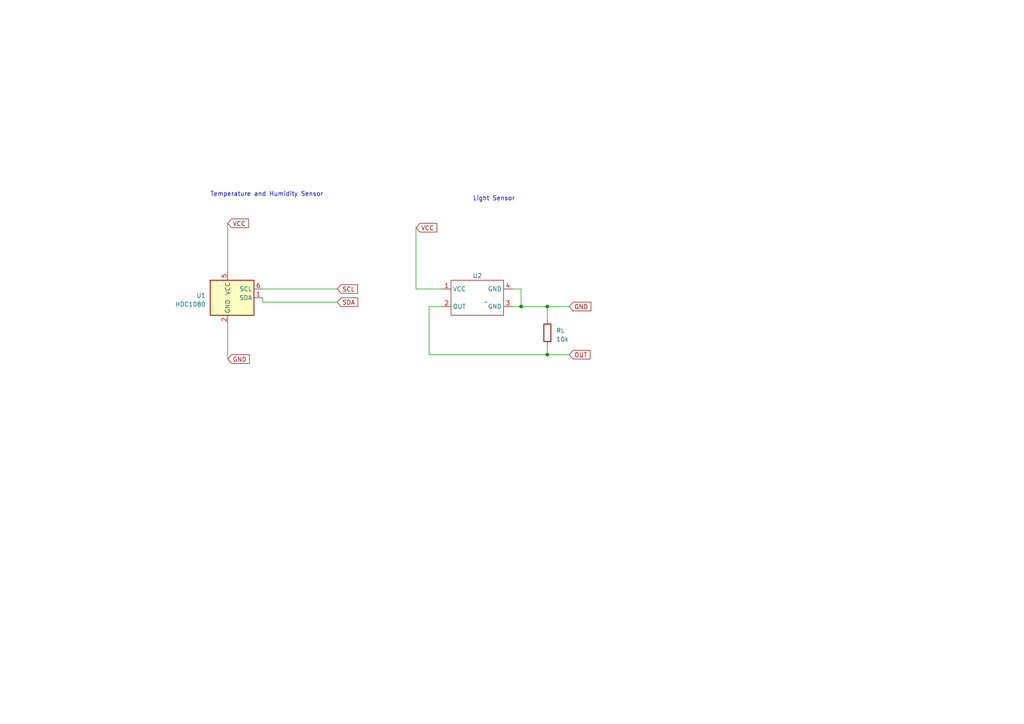
<source format=kicad_sch>
(kicad_sch (version 20230121) (generator eeschema)

  (uuid 0ca6047e-3a57-437d-8b18-e5fa2dae2991)

  (paper "A4")

  (lib_symbols
    (symbol "Device:R" (pin_numbers hide) (pin_names (offset 0)) (in_bom yes) (on_board yes)
      (property "Reference" "R" (at 2.032 0 90)
        (effects (font (size 1.27 1.27)))
      )
      (property "Value" "R" (at 0 0 90)
        (effects (font (size 1.27 1.27)))
      )
      (property "Footprint" "" (at -1.778 0 90)
        (effects (font (size 1.27 1.27)) hide)
      )
      (property "Datasheet" "~" (at 0 0 0)
        (effects (font (size 1.27 1.27)) hide)
      )
      (property "ki_keywords" "R res resistor" (at 0 0 0)
        (effects (font (size 1.27 1.27)) hide)
      )
      (property "ki_description" "Resistor" (at 0 0 0)
        (effects (font (size 1.27 1.27)) hide)
      )
      (property "ki_fp_filters" "R_*" (at 0 0 0)
        (effects (font (size 1.27 1.27)) hide)
      )
      (symbol "R_0_1"
        (rectangle (start -1.016 -2.54) (end 1.016 2.54)
          (stroke (width 0.254) (type default))
          (fill (type none))
        )
      )
      (symbol "R_1_1"
        (pin passive line (at 0 3.81 270) (length 1.27)
          (name "~" (effects (font (size 1.27 1.27))))
          (number "1" (effects (font (size 1.27 1.27))))
        )
        (pin passive line (at 0 -3.81 90) (length 1.27)
          (name "~" (effects (font (size 1.27 1.27))))
          (number "2" (effects (font (size 1.27 1.27))))
        )
      )
    )
    (symbol "New_Library:ALS-PDIC15-21B/TR8" (in_bom yes) (on_board yes)
      (property "Reference" "U" (at 2.54 -1.27 0)
        (effects (font (size 1.27 1.27)))
      )
      (property "Value" "" (at 2.54 -1.27 0)
        (effects (font (size 1.27 1.27)))
      )
      (property "Footprint" "" (at 2.54 -1.27 0)
        (effects (font (size 1.27 1.27)) hide)
      )
      (property "Datasheet" "" (at 2.54 -1.27 0)
        (effects (font (size 1.27 1.27)) hide)
      )
      (symbol "ALS-PDIC15-21B/TR8_0_1"
        (polyline
          (pts
            (xy -7.62 5.08)
            (xy -7.62 -5.08)
            (xy 7.62 -5.08)
            (xy 7.62 5.08)
            (xy -7.62 5.08)
          )
          (stroke (width 0) (type default))
          (fill (type none))
        )
      )
      (symbol "ALS-PDIC15-21B/TR8_1_1"
        (pin input line (at -10.16 2.54 0) (length 2.54)
          (name "VCC" (effects (font (size 1.27 1.27))))
          (number "1" (effects (font (size 1.27 1.27))))
        )
        (pin output line (at -10.16 -2.54 0) (length 2.54)
          (name "OUT" (effects (font (size 1.27 1.27))))
          (number "2" (effects (font (size 1.27 1.27))))
        )
        (pin input line (at 10.16 -2.54 180) (length 2.54)
          (name "GND" (effects (font (size 1.27 1.27))))
          (number "3" (effects (font (size 1.27 1.27))))
        )
        (pin input line (at 10.16 2.54 180) (length 2.54)
          (name "GND" (effects (font (size 1.27 1.27))))
          (number "4" (effects (font (size 1.27 1.27))))
        )
      )
    )
    (symbol "Sensor_Humidity:HDC1080" (in_bom yes) (on_board yes)
      (property "Reference" "U" (at -6.35 6.35 0)
        (effects (font (size 1.27 1.27)))
      )
      (property "Value" "HDC1080" (at 3.81 6.35 0)
        (effects (font (size 1.27 1.27)))
      )
      (property "Footprint" "Package_SON:Texas_PWSON-N6" (at -1.27 -6.35 0)
        (effects (font (size 1.27 1.27)) (justify left) hide)
      )
      (property "Datasheet" "http://www.ti.com/lit/ds/symlink/hdc1080.pdf" (at -10.16 6.35 0)
        (effects (font (size 1.27 1.27)) hide)
      )
      (property "ki_keywords" "Temperature Humidity Sensor" (at 0 0 0)
        (effects (font (size 1.27 1.27)) hide)
      )
      (property "ki_description" "Low Power,High Accuracy Digital Humidity Sensor with Temperature Sensor" (at 0 0 0)
        (effects (font (size 1.27 1.27)) hide)
      )
      (property "ki_fp_filters" "Package*SON:Texas*PWSON*N6*" (at 0 0 0)
        (effects (font (size 1.27 1.27)) hide)
      )
      (symbol "HDC1080_0_1"
        (rectangle (start -7.62 5.08) (end 5.08 -5.08)
          (stroke (width 0.254) (type default))
          (fill (type background))
        )
      )
      (symbol "HDC1080_1_1"
        (pin bidirectional line (at 7.62 0 180) (length 2.54)
          (name "SDA" (effects (font (size 1.27 1.27))))
          (number "1" (effects (font (size 1.27 1.27))))
        )
        (pin power_in line (at -2.54 -7.62 90) (length 2.54)
          (name "GND" (effects (font (size 1.27 1.27))))
          (number "2" (effects (font (size 1.27 1.27))))
        )
        (pin no_connect line (at -7.62 0 0) (length 2.54) hide
          (name "NC" (effects (font (size 1.27 1.27))))
          (number "3" (effects (font (size 1.27 1.27))))
        )
        (pin no_connect line (at -7.62 -2.54 0) (length 2.54) hide
          (name "NC" (effects (font (size 1.27 1.27))))
          (number "4" (effects (font (size 1.27 1.27))))
        )
        (pin power_in line (at -2.54 7.62 270) (length 2.54)
          (name "VCC" (effects (font (size 1.27 1.27))))
          (number "5" (effects (font (size 1.27 1.27))))
        )
        (pin input line (at 7.62 2.54 180) (length 2.54)
          (name "SCL" (effects (font (size 1.27 1.27))))
          (number "6" (effects (font (size 1.27 1.27))))
        )
        (pin no_connect line (at -7.62 2.54 0) (length 2.54) hide
          (name "DAP" (effects (font (size 1.27 1.27))))
          (number "7" (effects (font (size 1.27 1.27))))
        )
      )
    )
  )

  (junction (at 158.75 102.87) (diameter 0) (color 0 0 0 0)
    (uuid 4a8d7644-6810-42c7-8d4e-e33a84e27cc0)
  )
  (junction (at 151.13 88.9) (diameter 0) (color 0 0 0 0)
    (uuid 79c77ed4-3c16-443c-b145-35ef14b04a49)
  )
  (junction (at 158.75 88.9) (diameter 0) (color 0 0 0 0)
    (uuid c4bca7c2-adbd-430c-bb8d-20626f71ca86)
  )

  (wire (pts (xy 158.75 88.9) (xy 158.75 92.71))
    (stroke (width 0) (type default))
    (uuid 0062528e-759c-47bd-8a3c-60826f8aca11)
  )
  (wire (pts (xy 66.04 93.98) (xy 66.04 104.14))
    (stroke (width 0) (type default))
    (uuid 17d62d45-98bc-4135-b5c5-5f776592e222)
  )
  (wire (pts (xy 151.13 88.9) (xy 148.59 88.9))
    (stroke (width 0) (type default))
    (uuid 237d9cce-6fd4-4492-9771-967731e96fed)
  )
  (wire (pts (xy 148.59 83.82) (xy 151.13 83.82))
    (stroke (width 0) (type default))
    (uuid 245f6a7b-0e10-4323-9599-6a60031240bf)
  )
  (wire (pts (xy 76.2 83.82) (xy 97.79 83.82))
    (stroke (width 0) (type default))
    (uuid 38e12db6-8aca-49e3-93ab-520ed81c3ac2)
  )
  (wire (pts (xy 120.65 83.82) (xy 128.27 83.82))
    (stroke (width 0) (type default))
    (uuid 5571bbdf-f08d-452f-9ab4-c554bbeb46bb)
  )
  (wire (pts (xy 76.2 86.36) (xy 76.2 87.63))
    (stroke (width 0) (type default))
    (uuid 5b9d9005-d060-4c0a-b2f1-cd4a529ffc34)
  )
  (wire (pts (xy 128.27 88.9) (xy 124.46 88.9))
    (stroke (width 0) (type default))
    (uuid 77ec9fe6-a6c9-46d1-bf67-845a30a59394)
  )
  (wire (pts (xy 151.13 83.82) (xy 151.13 88.9))
    (stroke (width 0) (type default))
    (uuid 7e5b6ce2-771b-45d4-9c1d-89a47759553e)
  )
  (wire (pts (xy 76.2 87.63) (xy 97.79 87.63))
    (stroke (width 0) (type default))
    (uuid 964adf6e-a700-46e5-9b7a-f1a579fe99e0)
  )
  (wire (pts (xy 66.04 64.77) (xy 66.04 78.74))
    (stroke (width 0) (type default))
    (uuid 9c06df1d-68db-4ca4-a756-c50a01506954)
  )
  (wire (pts (xy 158.75 100.33) (xy 158.75 102.87))
    (stroke (width 0) (type default))
    (uuid a0f79c2c-775b-4a8e-83c9-3097d0b3174d)
  )
  (wire (pts (xy 165.1 102.87) (xy 158.75 102.87))
    (stroke (width 0) (type default))
    (uuid a4a85c5f-e201-4e93-927f-d28851ffa535)
  )
  (wire (pts (xy 120.65 66.04) (xy 120.65 83.82))
    (stroke (width 0) (type default))
    (uuid ada8528a-cc6b-4ed6-a721-b34c9edb1eb5)
  )
  (wire (pts (xy 124.46 88.9) (xy 124.46 102.87))
    (stroke (width 0) (type default))
    (uuid c1e1740c-aa3c-4563-b0cc-883a68899c2d)
  )
  (wire (pts (xy 158.75 88.9) (xy 165.1 88.9))
    (stroke (width 0) (type default))
    (uuid c73a0674-4744-4cc9-92d5-104500076c00)
  )
  (wire (pts (xy 151.13 88.9) (xy 158.75 88.9))
    (stroke (width 0) (type default))
    (uuid dedcb6c5-1f80-45a3-870b-966f1e302c6f)
  )
  (wire (pts (xy 158.75 102.87) (xy 124.46 102.87))
    (stroke (width 0) (type default))
    (uuid e304cb4c-1ff0-47c2-a489-774ca3cf7237)
  )

  (text "Temperature and Humidity Sensor" (at 60.96 57.15 0)
    (effects (font (size 1.27 1.27)) (justify left bottom))
    (uuid 838dbf9d-684d-4dae-bf7b-56081fb985ac)
  )
  (text "Light Sensor\n" (at 137.16 58.42 0)
    (effects (font (size 1.27 1.27)) (justify left bottom))
    (uuid 8e800c26-1656-4f2e-a0f6-a8a3a7d60084)
  )

  (global_label "VCC" (shape input) (at 120.65 66.04 0) (fields_autoplaced)
    (effects (font (size 1.27 1.27)) (justify left))
    (uuid 1bb31acf-4ec1-450c-a43e-7600ce3619ab)
    (property "Intersheetrefs" "${INTERSHEET_REFS}" (at 127.1844 66.04 0)
      (effects (font (size 1.27 1.27)) (justify left) hide)
    )
  )
  (global_label "OUT" (shape input) (at 165.1 102.87 0) (fields_autoplaced)
    (effects (font (size 1.27 1.27)) (justify left))
    (uuid 2d9ca185-5f40-4bdc-ab52-bc4109ceeb0d)
    (property "Intersheetrefs" "${INTERSHEET_REFS}" (at 171.6344 102.87 0)
      (effects (font (size 1.27 1.27)) (justify left) hide)
    )
  )
  (global_label "SCL" (shape input) (at 97.79 83.82 0) (fields_autoplaced)
    (effects (font (size 1.27 1.27)) (justify left))
    (uuid 44b729d5-68d7-4603-be56-84764db9d3d7)
    (property "Intersheetrefs" "${INTERSHEET_REFS}" (at 104.2034 83.82 0)
      (effects (font (size 1.27 1.27)) (justify left) hide)
    )
  )
  (global_label "GND" (shape input) (at 165.1 88.9 0) (fields_autoplaced)
    (effects (font (size 1.27 1.27)) (justify left))
    (uuid 68af1bc4-8d48-4046-8e95-b4c802411dc6)
    (property "Intersheetrefs" "${INTERSHEET_REFS}" (at 171.8763 88.9 0)
      (effects (font (size 1.27 1.27)) (justify left) hide)
    )
  )
  (global_label "SDA" (shape input) (at 97.79 87.63 0) (fields_autoplaced)
    (effects (font (size 1.27 1.27)) (justify left))
    (uuid ccaf5e94-0e2b-45f1-9253-bbf7fd86dbc5)
    (property "Intersheetrefs" "${INTERSHEET_REFS}" (at 104.2639 87.63 0)
      (effects (font (size 1.27 1.27)) (justify left) hide)
    )
  )
  (global_label "GND" (shape input) (at 66.04 104.14 0) (fields_autoplaced)
    (effects (font (size 1.27 1.27)) (justify left))
    (uuid d7d40b99-d5c3-42f6-86cd-934e3a95dc3e)
    (property "Intersheetrefs" "${INTERSHEET_REFS}" (at 72.8163 104.14 0)
      (effects (font (size 1.27 1.27)) (justify left) hide)
    )
  )
  (global_label "VCC" (shape input) (at 66.04 64.77 0) (fields_autoplaced)
    (effects (font (size 1.27 1.27)) (justify left))
    (uuid dc5ce8ef-6236-4cfb-9996-357d5287cfba)
    (property "Intersheetrefs" "${INTERSHEET_REFS}" (at 72.5744 64.77 0)
      (effects (font (size 1.27 1.27)) (justify left) hide)
    )
  )

  (symbol (lib_id "Device:R") (at 158.75 96.52 0) (unit 1)
    (in_bom yes) (on_board yes) (dnp no) (fields_autoplaced)
    (uuid 955ded31-ea70-4ae0-a7f8-d00885903f01)
    (property "Reference" "RL" (at 161.29 95.885 0)
      (effects (font (size 1.27 1.27)) (justify left))
    )
    (property "Value" "10k" (at 161.29 98.425 0)
      (effects (font (size 1.27 1.27)) (justify left))
    )
    (property "Footprint" "" (at 156.972 96.52 90)
      (effects (font (size 1.27 1.27)) hide)
    )
    (property "Datasheet" "~" (at 158.75 96.52 0)
      (effects (font (size 1.27 1.27)) hide)
    )
    (pin "1" (uuid 593bf7e0-31c3-48f3-8a7f-82cc63c064c7))
    (pin "2" (uuid 64886ba2-a6cd-4f9e-abe8-c7e8b864b33b))
    (instances
      (project "Week3"
        (path "/0ca6047e-3a57-437d-8b18-e5fa2dae2991"
          (reference "RL") (unit 1)
        )
      )
    )
  )

  (symbol (lib_id "New_Library:ALS-PDIC15-21B/TR8") (at 138.43 86.36 0) (unit 1)
    (in_bom yes) (on_board yes) (dnp no) (fields_autoplaced)
    (uuid f7d9055f-6c26-4056-a520-35c985d6cbe0)
    (property "Reference" "U2" (at 138.43 80.01 0)
      (effects (font (size 1.27 1.27)))
    )
    (property "Value" "~" (at 140.97 87.63 0)
      (effects (font (size 1.27 1.27)))
    )
    (property "Footprint" "" (at 140.97 87.63 0)
      (effects (font (size 1.27 1.27)) hide)
    )
    (property "Datasheet" "" (at 140.97 87.63 0)
      (effects (font (size 1.27 1.27)) hide)
    )
    (pin "1" (uuid f52fc231-0d26-42d8-a61b-437bd2911239))
    (pin "2" (uuid d961f470-487e-45e6-b4ee-b79c5a764a1e))
    (pin "3" (uuid fa510f90-7e3a-4c2b-b32b-f4caec1fa82c))
    (pin "4" (uuid 87e221fd-42b9-4179-8aaf-c83b74f4b325))
    (instances
      (project "Week3"
        (path "/0ca6047e-3a57-437d-8b18-e5fa2dae2991"
          (reference "U2") (unit 1)
        )
      )
    )
  )

  (symbol (lib_id "Sensor_Humidity:HDC1080") (at 68.58 86.36 0) (unit 1)
    (in_bom yes) (on_board yes) (dnp no) (fields_autoplaced)
    (uuid fcb2f5e7-591c-428d-9a66-d425adca1177)
    (property "Reference" "U1" (at 59.69 85.725 0)
      (effects (font (size 1.27 1.27)) (justify right))
    )
    (property "Value" "HDC1080" (at 59.69 88.265 0)
      (effects (font (size 1.27 1.27)) (justify right))
    )
    (property "Footprint" "Package_SON:Texas_PWSON-N6" (at 67.31 92.71 0)
      (effects (font (size 1.27 1.27)) (justify left) hide)
    )
    (property "Datasheet" "http://www.ti.com/lit/ds/symlink/hdc1080.pdf" (at 58.42 80.01 0)
      (effects (font (size 1.27 1.27)) hide)
    )
    (pin "1" (uuid 306e7b94-6723-4d39-93af-270a424b69ee))
    (pin "2" (uuid 611948a3-0db3-454a-901d-77284ec60913))
    (pin "3" (uuid 78553bf2-2f11-4211-ac6d-1be1fbc04bda))
    (pin "4" (uuid 76ef9fc6-c79e-471b-8caf-babf0f10e244))
    (pin "5" (uuid c4af7196-996a-42bc-8280-398d2e676195))
    (pin "6" (uuid 74fba8da-f823-4b97-af70-99e6c68b2d90))
    (pin "7" (uuid 6a1d9c8e-00ea-43d2-81ec-82eb868728a9))
    (instances
      (project "Week3"
        (path "/0ca6047e-3a57-437d-8b18-e5fa2dae2991"
          (reference "U1") (unit 1)
        )
      )
    )
  )

  (sheet_instances
    (path "/" (page "1"))
  )
)

</source>
